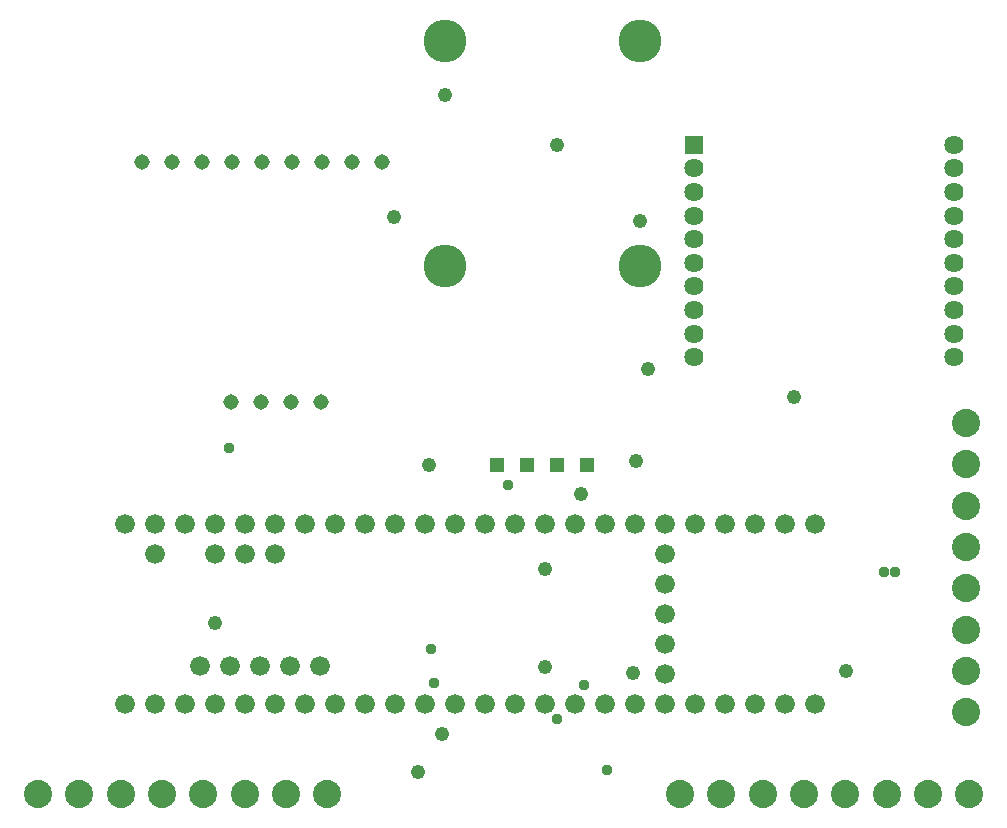
<source format=gbr>
G04 EAGLE Gerber RS-274X export*
G75*
%MOMM*%
%FSLAX34Y34*%
%LPD*%
%INSoldermask Bottom*%
%IPPOS*%
%AMOC8*
5,1,8,0,0,1.08239X$1,22.5*%
G01*
%ADD10C,2.387600*%
%ADD11C,1.676400*%
%ADD12C,1.625600*%
%ADD13R,1.625600X1.625600*%
%ADD14C,3.625600*%
%ADD15R,1.311200X1.311200*%
%ADD16C,1.311200*%
%ADD17C,1.209600*%
%ADD18C,0.959600*%


D10*
X237440Y94200D03*
X202440Y94200D03*
X167440Y94200D03*
X132440Y94200D03*
X97440Y94200D03*
X272440Y94200D03*
X307440Y94200D03*
X342440Y94200D03*
X780970Y93690D03*
X745970Y93690D03*
X710970Y93690D03*
X675970Y93690D03*
X640970Y93690D03*
X815970Y93690D03*
X850970Y93690D03*
X885970Y93690D03*
X882920Y303090D03*
X882920Y268090D03*
X882920Y233090D03*
X882920Y198090D03*
X882920Y163090D03*
X882920Y338090D03*
X882920Y373090D03*
X882920Y408090D03*
D11*
X222050Y170140D03*
X247450Y170140D03*
X272850Y170140D03*
X298250Y170140D03*
X323650Y170140D03*
X349050Y170140D03*
X374450Y170140D03*
X399850Y170140D03*
X425250Y170140D03*
X450650Y170140D03*
X476050Y170140D03*
X501450Y170140D03*
X501450Y322540D03*
X476050Y322540D03*
X450650Y322540D03*
X425250Y322540D03*
X399850Y322540D03*
X374450Y322540D03*
X349050Y322540D03*
X323650Y322540D03*
X298250Y322540D03*
X272850Y322540D03*
X247450Y322540D03*
X196650Y170140D03*
X222050Y322540D03*
X196650Y322540D03*
X171250Y170140D03*
X171250Y322540D03*
X526850Y170140D03*
X526850Y322540D03*
X552250Y170140D03*
X577650Y170140D03*
X603050Y170140D03*
X628450Y170140D03*
X653850Y170140D03*
X679250Y170140D03*
X704650Y170140D03*
X730050Y170140D03*
X755450Y170140D03*
X755450Y322540D03*
X730050Y322540D03*
X704650Y322540D03*
X679250Y322540D03*
X653850Y322540D03*
X628450Y322540D03*
X603050Y322540D03*
X577650Y322540D03*
X552250Y322540D03*
X628450Y195540D03*
X628450Y246340D03*
X628450Y271740D03*
X628450Y220940D03*
X628450Y297140D03*
X196650Y297140D03*
X247450Y297140D03*
X272850Y297140D03*
X298250Y297140D03*
X234750Y201890D03*
X260150Y201890D03*
X285550Y201890D03*
X310950Y201890D03*
X336350Y201890D03*
D12*
X652880Y463530D03*
X652880Y483530D03*
X652880Y503530D03*
X652880Y523530D03*
X652880Y543530D03*
X652880Y563530D03*
X652880Y583530D03*
X652880Y603530D03*
X652880Y623530D03*
D13*
X652880Y643530D03*
D12*
X872880Y463530D03*
X872880Y483530D03*
X872880Y503530D03*
X872880Y523530D03*
X872880Y543530D03*
X872880Y563530D03*
X872880Y583530D03*
X872880Y603530D03*
X872880Y623530D03*
X872880Y643530D03*
D14*
X442070Y540580D03*
X607170Y540580D03*
X607170Y731080D03*
X442070Y731080D03*
D15*
X485880Y372330D03*
X511280Y372330D03*
X536680Y372330D03*
X562080Y372330D03*
D16*
X185280Y628530D03*
X210680Y628530D03*
X236080Y628530D03*
X261480Y628530D03*
X286880Y628530D03*
X312280Y628530D03*
X337680Y628530D03*
X363080Y628530D03*
X388480Y628530D03*
X260880Y425730D03*
X286280Y425730D03*
X311680Y425730D03*
X337080Y425730D03*
D17*
X600900Y196640D03*
X556880Y348140D03*
D18*
X432816Y187452D03*
X429768Y216408D03*
X813816Y281940D03*
X822960Y281940D03*
D17*
X613410Y453600D03*
X603600Y375850D03*
X526850Y284360D03*
X442070Y686000D03*
X781300Y197970D03*
X439230Y144550D03*
X526850Y201730D03*
X737680Y430010D03*
X536670Y643530D03*
X428740Y372330D03*
D18*
X559308Y185928D03*
X579120Y114300D03*
X536448Y156972D03*
X495300Y355092D03*
X259080Y387096D03*
D17*
X418810Y112420D03*
X246910Y238940D03*
X399010Y582150D03*
X607170Y579170D03*
M02*

</source>
